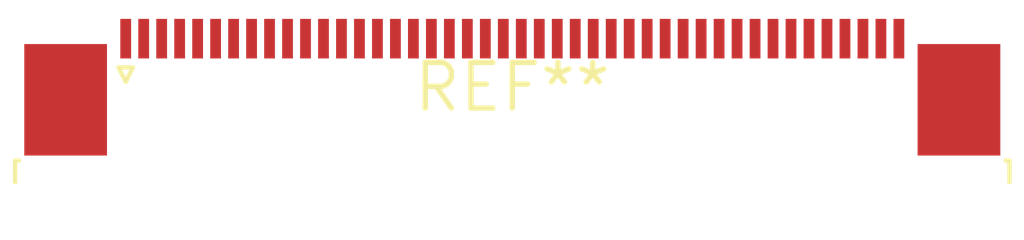
<source format=kicad_pcb>
(kicad_pcb (version 20240108) (generator pcbnew)
  (layers (0 "F.Cu" signal) (31 "B.Cu" signal) (34 "B.Paste" user) (35 "F.Paste" user) (36 "B.SilkS" user "B.Silkscreen") (37 "F.SilkS" user "F.Silkscreen") (38 "B.Mask" user) (39 "F.Mask" user) (44 "Edge.Cuts" user))
  (net 0 "")
  (footprint "TE_4-1734839-4_1x44-1MP_P0.5mm_Horizontal" (layer "F.Cu") (at 0 0)
    (property "Reference" "REF**")
    (property "Value" "PCB Edge")
    (fp_line (start -13.825 2.04) (end -13.825 2.64) (layer "F.SilkS") (stroke (width 0.12)))
    (fp_line (start -13.715 2.04) (end -13.825 2.04) (layer "F.SilkS") (stroke (width 0.12)))
    (fp_line (start -10.95 -0.55) (end -10.75 -0.15) (layer "F.SilkS") (stroke (width 0.12)))
    (fp_line (start -10.75 -0.15) (end -10.55 -0.55) (layer "F.SilkS") (stroke (width 0.12)))
    (fp_line (start -10.55 -0.55) (end -10.95 -0.55) (layer "F.SilkS") (stroke (width 0.12)))
    (fp_line (start 13.715 2.04) (end 13.825 2.04) (layer "F.SilkS") (stroke (width 0.12)))
    (fp_line (start 13.825 2.04) (end 13.825 2.64) (layer "F.SilkS") (stroke (width 0.12)))
    (pad "1" smd rect (at -10.75 -1.35) (size 0.3 1.1) (layers "F.Cu" "F.Paste" "F.Mask"))
    (pad "2" smd rect (at -10.25 -1.35) (size 0.3 1.1) (layers "F.Cu" "F.Paste" "F.Mask"))
    (pad "3" smd rect (at -9.75 -1.35) (size 0.3 1.1) (layers "F.Cu" "F.Paste" "F.Mask"))
    (pad "4" smd rect (at -9.25 -1.35) (size 0.3 1.1) (layers "F.Cu" "F.Paste" "F.Mask"))
    (pad "5" smd rect (at -8.75 -1.35) (size 0.3 1.1) (layers "F.Cu" "F.Paste" "F.Mask"))
    (pad "6" smd rect (at -8.25 -1.35) (size 0.3 1.1) (layers "F.Cu" "F.Paste" "F.Mask"))
    (pad "7" smd rect (at -7.75 -1.35) (size 0.3 1.1) (layers "F.Cu" "F.Paste" "F.Mask"))
    (pad "8" smd rect (at -7.25 -1.35) (size 0.3 1.1) (layers "F.Cu" "F.Paste" "F.Mask"))
    (pad "9" smd rect (at -6.75 -1.35) (size 0.3 1.1) (layers "F.Cu" "F.Paste" "F.Mask"))
    (pad "10" smd rect (at -6.25 -1.35) (size 0.3 1.1) (layers "F.Cu" "F.Paste" "F.Mask"))
    (pad "11" smd rect (at -5.75 -1.35) (size 0.3 1.1) (layers "F.Cu" "F.Paste" "F.Mask"))
    (pad "12" smd rect (at -5.25 -1.35) (size 0.3 1.1) (layers "F.Cu" "F.Paste" "F.Mask"))
    (pad "13" smd rect (at -4.75 -1.35) (size 0.3 1.1) (layers "F.Cu" "F.Paste" "F.Mask"))
    (pad "14" smd rect (at -4.25 -1.35) (size 0.3 1.1) (layers "F.Cu" "F.Paste" "F.Mask"))
    (pad "15" smd rect (at -3.75 -1.35) (size 0.3 1.1) (layers "F.Cu" "F.Paste" "F.Mask"))
    (pad "16" smd rect (at -3.25 -1.35) (size 0.3 1.1) (layers "F.Cu" "F.Paste" "F.Mask"))
    (pad "17" smd rect (at -2.75 -1.35) (size 0.3 1.1) (layers "F.Cu" "F.Paste" "F.Mask"))
    (pad "18" smd rect (at -2.25 -1.35) (size 0.3 1.1) (layers "F.Cu" "F.Paste" "F.Mask"))
    (pad "19" smd rect (at -1.75 -1.35) (size 0.3 1.1) (layers "F.Cu" "F.Paste" "F.Mask"))
    (pad "20" smd rect (at -1.25 -1.35) (size 0.3 1.1) (layers "F.Cu" "F.Paste" "F.Mask"))
    (pad "21" smd rect (at -0.75 -1.35) (size 0.3 1.1) (layers "F.Cu" "F.Paste" "F.Mask"))
    (pad "22" smd rect (at -0.25 -1.35) (size 0.3 1.1) (layers "F.Cu" "F.Paste" "F.Mask"))
    (pad "23" smd rect (at 0.25 -1.35) (size 0.3 1.1) (layers "F.Cu" "F.Paste" "F.Mask"))
    (pad "24" smd rect (at 0.75 -1.35) (size 0.3 1.1) (layers "F.Cu" "F.Paste" "F.Mask"))
    (pad "25" smd rect (at 1.25 -1.35) (size 0.3 1.1) (layers "F.Cu" "F.Paste" "F.Mask"))
    (pad "26" smd rect (at 1.75 -1.35) (size 0.3 1.1) (layers "F.Cu" "F.Paste" "F.Mask"))
    (pad "27" smd rect (at 2.25 -1.35) (size 0.3 1.1) (layers "F.Cu" "F.Paste" "F.Mask"))
    (pad "28" smd rect (at 2.75 -1.35) (size 0.3 1.1) (layers "F.Cu" "F.Paste" "F.Mask"))
    (pad "29" smd rect (at 3.25 -1.35) (size 0.3 1.1) (layers "F.Cu" "F.Paste" "F.Mask"))
    (pad "30" smd rect (at 3.75 -1.35) (size 0.3 1.1) (layers "F.Cu" "F.Paste" "F.Mask"))
    (pad "31" smd rect (at 4.25 -1.35) (size 0.3 1.1) (layers "F.Cu" "F.Paste" "F.Mask"))
    (pad "32" smd rect (at 4.75 -1.35) (size 0.3 1.1) (layers "F.Cu" "F.Paste" "F.Mask"))
    (pad "33" smd rect (at 5.25 -1.35) (size 0.3 1.1) (layers "F.Cu" "F.Paste" "F.Mask"))
    (pad "34" smd rect (at 5.75 -1.35) (size 0.3 1.1) (layers "F.Cu" "F.Paste" "F.Mask"))
    (pad "35" smd rect (at 6.25 -1.35) (size 0.3 1.1) (layers "F.Cu" "F.Paste" "F.Mask"))
    (pad "36" smd rect (at 6.75 -1.35) (size 0.3 1.1) (layers "F.Cu" "F.Paste" "F.Mask"))
    (pad "37" smd rect (at 7.25 -1.35) (size 0.3 1.1) (layers "F.Cu" "F.Paste" "F.Mask"))
    (pad "38" smd rect (at 7.75 -1.35) (size 0.3 1.1) (layers "F.Cu" "F.Paste" "F.Mask"))
    (pad "39" smd rect (at 8.25 -1.35) (size 0.3 1.1) (layers "F.Cu" "F.Paste" "F.Mask"))
    (pad "40" smd rect (at 8.75 -1.35) (size 0.3 1.1) (layers "F.Cu" "F.Paste" "F.Mask"))
    (pad "41" smd rect (at 9.25 -1.35) (size 0.3 1.1) (layers "F.Cu" "F.Paste" "F.Mask"))
    (pad "42" smd rect (at 9.75 -1.35) (size 0.3 1.1) (layers "F.Cu" "F.Paste" "F.Mask"))
    (pad "43" smd rect (at 10.25 -1.35) (size 0.3 1.1) (layers "F.Cu" "F.Paste" "F.Mask"))
    (pad "44" smd rect (at 10.75 -1.35) (size 0.3 1.1) (layers "F.Cu" "F.Paste" "F.Mask"))
    (pad "MP" smd rect (at -12.42 0.35) (size 2.3 3.1) (layers "F.Cu" "F.Paste" "F.Mask"))
    (pad "MP" smd rect (at 12.42 0.35) (size 2.3 3.1) (layers "F.Cu" "F.Paste" "F.Mask"))
  )
)
</source>
